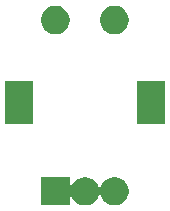
<source format=gbr>
G04 #@! TF.GenerationSoftware,KiCad,Pcbnew,5.0.2-5.fc29*
G04 #@! TF.CreationDate,2019-02-27T20:31:01+01:00*
G04 #@! TF.ProjectId,zynthian_controller_single2_smd_sh,7a796e74-6869-4616-9e5f-636f6e74726f,rev?*
G04 #@! TF.SameCoordinates,Original*
G04 #@! TF.FileFunction,Soldermask,Bot*
G04 #@! TF.FilePolarity,Negative*
%FSLAX46Y46*%
G04 Gerber Fmt 4.6, Leading zero omitted, Abs format (unit mm)*
G04 Created by KiCad (PCBNEW 5.0.2-5.fc29) date mié 27 feb 2019 20:31:01 CET*
%MOMM*%
%LPD*%
G01*
G04 APERTURE LIST*
%ADD10C,0.100000*%
G04 APERTURE END LIST*
D10*
G36*
X155124000Y-110550108D02*
X155126402Y-110574494D01*
X155133515Y-110597943D01*
X155145066Y-110619554D01*
X155160612Y-110638496D01*
X155179554Y-110654042D01*
X155201165Y-110665593D01*
X155224614Y-110672706D01*
X155249000Y-110675108D01*
X155273386Y-110672706D01*
X155296835Y-110665593D01*
X155318446Y-110654042D01*
X155337388Y-110638496D01*
X155352934Y-110619554D01*
X155354895Y-110615885D01*
X155491901Y-110410842D01*
X155659042Y-110243701D01*
X155855588Y-110112373D01*
X156073974Y-110021915D01*
X156305809Y-109975800D01*
X156542191Y-109975800D01*
X156774026Y-110021915D01*
X156992412Y-110112373D01*
X157188958Y-110243701D01*
X157356099Y-110410842D01*
X157487427Y-110607388D01*
X157558515Y-110779010D01*
X157570066Y-110800621D01*
X157585612Y-110819563D01*
X157604554Y-110835109D01*
X157626164Y-110846660D01*
X157649614Y-110853773D01*
X157674000Y-110856175D01*
X157698386Y-110853773D01*
X157721835Y-110846660D01*
X157743446Y-110835109D01*
X157762388Y-110819563D01*
X157777934Y-110800621D01*
X157789485Y-110779010D01*
X157860573Y-110607388D01*
X157991901Y-110410842D01*
X158159042Y-110243701D01*
X158355588Y-110112373D01*
X158573974Y-110021915D01*
X158805809Y-109975800D01*
X159042191Y-109975800D01*
X159274026Y-110021915D01*
X159492412Y-110112373D01*
X159688958Y-110243701D01*
X159856099Y-110410842D01*
X159987427Y-110607388D01*
X160077885Y-110825774D01*
X160124000Y-111057609D01*
X160124000Y-111293991D01*
X160077885Y-111525826D01*
X159987427Y-111744212D01*
X159856099Y-111940758D01*
X159688958Y-112107899D01*
X159492412Y-112239227D01*
X159274026Y-112329685D01*
X159042191Y-112375800D01*
X158805809Y-112375800D01*
X158573974Y-112329685D01*
X158355588Y-112239227D01*
X158159042Y-112107899D01*
X157991901Y-111940758D01*
X157860573Y-111744212D01*
X157789485Y-111572590D01*
X157777934Y-111550979D01*
X157762388Y-111532037D01*
X157743446Y-111516491D01*
X157721836Y-111504940D01*
X157698386Y-111497827D01*
X157674000Y-111495425D01*
X157649614Y-111497827D01*
X157626165Y-111504940D01*
X157604554Y-111516491D01*
X157585612Y-111532037D01*
X157570066Y-111550979D01*
X157558515Y-111572590D01*
X157487427Y-111744212D01*
X157356099Y-111940758D01*
X157188958Y-112107899D01*
X156992412Y-112239227D01*
X156774026Y-112329685D01*
X156542191Y-112375800D01*
X156305809Y-112375800D01*
X156073974Y-112329685D01*
X155855588Y-112239227D01*
X155659042Y-112107899D01*
X155491901Y-111940758D01*
X155354890Y-111735707D01*
X155352929Y-111732039D01*
X155337382Y-111713098D01*
X155318439Y-111697554D01*
X155296828Y-111686004D01*
X155273378Y-111678892D01*
X155248992Y-111676492D01*
X155224605Y-111678895D01*
X155201157Y-111686010D01*
X155179547Y-111697563D01*
X155160606Y-111713110D01*
X155145062Y-111732053D01*
X155133512Y-111753664D01*
X155126400Y-111777114D01*
X155124000Y-111801492D01*
X155124000Y-112375800D01*
X152724000Y-112375800D01*
X152724000Y-109975800D01*
X155124000Y-109975800D01*
X155124000Y-110550108D01*
X155124000Y-110550108D01*
G37*
G36*
X163224000Y-105475800D02*
X160824000Y-105475800D01*
X160824000Y-101875800D01*
X163224000Y-101875800D01*
X163224000Y-105475800D01*
X163224000Y-105475800D01*
G37*
G36*
X152024000Y-105475800D02*
X149624000Y-105475800D01*
X149624000Y-101875800D01*
X152024000Y-101875800D01*
X152024000Y-105475800D01*
X152024000Y-105475800D01*
G37*
G36*
X159274026Y-95521915D02*
X159492412Y-95612373D01*
X159688958Y-95743701D01*
X159856099Y-95910842D01*
X159987427Y-96107388D01*
X160077885Y-96325774D01*
X160124000Y-96557609D01*
X160124000Y-96793991D01*
X160077885Y-97025826D01*
X159987427Y-97244212D01*
X159856099Y-97440758D01*
X159688958Y-97607899D01*
X159492412Y-97739227D01*
X159274026Y-97829685D01*
X159042191Y-97875800D01*
X158805809Y-97875800D01*
X158573974Y-97829685D01*
X158355588Y-97739227D01*
X158159042Y-97607899D01*
X157991901Y-97440758D01*
X157860573Y-97244212D01*
X157770115Y-97025826D01*
X157724000Y-96793991D01*
X157724000Y-96557609D01*
X157770115Y-96325774D01*
X157860573Y-96107388D01*
X157991901Y-95910842D01*
X158159042Y-95743701D01*
X158355588Y-95612373D01*
X158573974Y-95521915D01*
X158805809Y-95475800D01*
X159042191Y-95475800D01*
X159274026Y-95521915D01*
X159274026Y-95521915D01*
G37*
G36*
X154274026Y-95521915D02*
X154492412Y-95612373D01*
X154688958Y-95743701D01*
X154856099Y-95910842D01*
X154987427Y-96107388D01*
X155077885Y-96325774D01*
X155124000Y-96557609D01*
X155124000Y-96793991D01*
X155077885Y-97025826D01*
X154987427Y-97244212D01*
X154856099Y-97440758D01*
X154688958Y-97607899D01*
X154492412Y-97739227D01*
X154274026Y-97829685D01*
X154042191Y-97875800D01*
X153805809Y-97875800D01*
X153573974Y-97829685D01*
X153355588Y-97739227D01*
X153159042Y-97607899D01*
X152991901Y-97440758D01*
X152860573Y-97244212D01*
X152770115Y-97025826D01*
X152724000Y-96793991D01*
X152724000Y-96557609D01*
X152770115Y-96325774D01*
X152860573Y-96107388D01*
X152991901Y-95910842D01*
X153159042Y-95743701D01*
X153355588Y-95612373D01*
X153573974Y-95521915D01*
X153805809Y-95475800D01*
X154042191Y-95475800D01*
X154274026Y-95521915D01*
X154274026Y-95521915D01*
G37*
M02*

</source>
